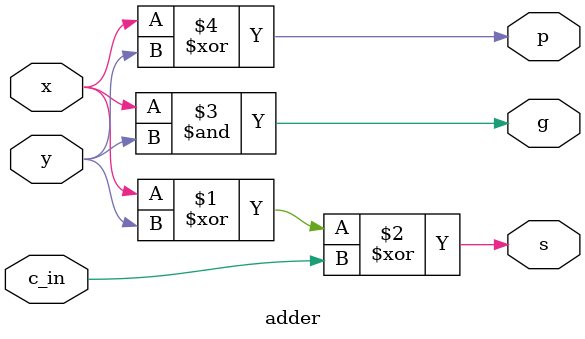
<source format=v>
module adder (x,y,c_in,g,p,s); // 1bit adder
	
	input wire x, y, c_in; // input operand : x, y  // input carry

	output wire g, p, s; // generated carry, propagated carry

    //make sum with x, y, c_in
	assign s = x^y^c_in;
	//make g for cla_4bits
	assign g = x&y;
	//make p for cla_4bits
    assign p = x^y;
    
endmodule

</source>
